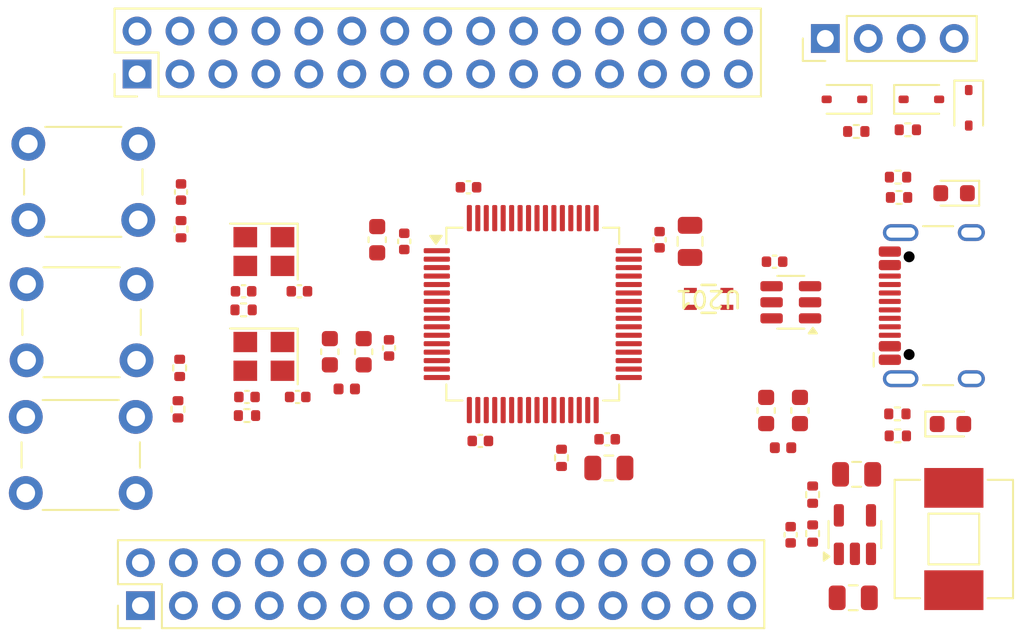
<source format=kicad_pcb>
(kicad_pcb (version 20240108) (generator "pcbnew") (generator_version "8.0")
  (layers (0 "F.Cu" signal) (1 "In1.Cu" power) (2 "In2.Cu" power) (31 "B.Cu" signal) (34 "B.Paste" user) (35 "F.Paste" user) (36 "B.SilkS" user "B.Silkscreen") (37 "F.SilkS" user "F.Silkscreen") (38 "B.Mask" user) (39 "F.Mask" user) (44 "Edge.Cuts" user))
  (net 0 "")
  (net 1 "GND")
  (net 2 "NRST")
  (net 3 "+3.3V")
  (net 4 "+3.3VA")
  (net 5 "+3V3")
  (net 6 "HSE_OUT")
  (net 7 "/MCU/XTAL_IN")
  (net 8 "OSC32_OUT")
  (net 9 "/MCU/XTAL32_IN")
  (net 10 "VBUS")
  (net 11 "+5V")
  (net 12 "/power/BUCK_FB")
  (net 13 "/MCU/SWDIO_CONN")
  (net 14 "/MCU/SWCLK_CONN")
  (net 15 "Net-(D103-A)")
  (net 16 "/power/LED_PWR_K")
  (net 17 "PC3")
  (net 18 "PB11")
  (net 19 "PA7")
  (net 20 "PA2")
  (net 21 "PB0")
  (net 22 "PB10")
  (net 23 "PC4")
  (net 24 "PC1")
  (net 25 "PA5")
  (net 26 "PA0")
  (net 27 "PB1")
  (net 28 "PC2")
  (net 29 "PA1")
  (net 30 "PA6")
  (net 31 "PA3")
  (net 32 "PC0")
  (net 33 "PA4")
  (net 34 "PC5")
  (net 35 "PB12")
  (net 36 "PB8")
  (net 37 "PC11")
  (net 38 "PA10")
  (net 39 "PC10")
  (net 40 "PD2")
  (net 41 "PB7")
  (net 42 "PB15")
  (net 43 "PC6")
  (net 44 "PB14")
  (net 45 "PC8")
  (net 46 "PB6")
  (net 47 "PC9")
  (net 48 "PB4")
  (net 49 "PA15")
  (net 50 "PB5")
  (net 51 "PC12")
  (net 52 "PB3")
  (net 53 "PA8")
  (net 54 "PC7")
  (net 55 "PB13")
  (net 56 "PA9")
  (net 57 "PB9")
  (net 58 "/USB/USB_CONN_CC2")
  (net 60 "/USB/USB_CONN_D+")
  (net 61 "/USB/USB_CONN_D-")
  (net 67 "/USB/USB_CONN_CC1")
  (net 68 "/power/BUCK_SW")
  (net 69 "BOOT0")
  (net 70 "PB2")
  (net 71 "HSE_IN")
  (net 72 "OSC32_IN")
  (net 73 "SWDIO")
  (net 74 "SWCLK")
  (net 75 "PC13")
  (net 76 "/USB/USB_CMC_D+")
  (net 77 "/USB/USB_CMC_D-")
  (net 78 "USB_D-")
  (net 79 "USB_D+")
  (net 80 "/MCU/VCAP_1")
  (net 81 "/MCU/VCAP_2")
  (footprint "Package_QFP:LQFP-64_10x10mm_P0.5mm" (layer "F.Cu") (at 105.9 54.7)
    (property "Reference" "U100" (hide yes))
    (property "Value" "STM32F405RGTx" (hide yes))
    (pad "1" smd roundrect (at -5.675 -3.75) (size 1.55 0.3) (layers "F.Cu" "F.Paste" "F.Mask") (net 3 "+3.3V"))
    (pad "2" smd roundrect (at -5.675 -3.25) (size 1.55 0.3) (layers "F.Cu" "F.Paste" "F.Mask") (net 75 "PC13"))
    (pad "3" smd roundrect (at -5.675 -2.75) (size 1.55 0.3) (layers "F.Cu" "F.Paste" "F.Mask") (net 72 "OSC32_IN"))
    (pad "4" smd roundrect (at -5.675 -2.25) (size 1.55 0.3) (layers "F.Cu" "F.Paste" "F.Mask") (net 8 "OSC32_OUT"))
    (pad "5" smd roundrect (at -5.675 -1.75) (size 1.55 0.3) (layers "F.Cu" "F.Paste" "F.Mask") (net 71 "HSE_IN"))
    (pad "6" smd roundrect (at -5.675 -1.25) (size 1.55 0.3) (layers "F.Cu" "F.Paste" "F.Mask") (net 6 "HSE_OUT"))
    (pad "7" smd roundrect (at -5.675 -0.75) (size 1.55 0.3) (layers "F.Cu" "F.Paste" "F.Mask") (net 2 "NRST"))
    (pad "8" smd roundrect (at -5.675 -0.25) (size 1.55 0.3) (layers "F.Cu" "F.Paste" "F.Mask") (net 32 "PC0"))
    (pad "9" smd roundrect (at -5.675 0.25) (size 1.55 0.3) (layers "F.Cu" "F.Paste" "F.Mask") (net 24 "PC1"))
    (pad "10" smd roundrect (at -5.675 0.75) (size 1.55 0.3) (layers "F.Cu" "F.Paste" "F.Mask") (net 28 "PC2"))
    (pad "11" smd roundrect (at -5.675 1.25) (size 1.55 0.3) (layers "F.Cu" "F.Paste" "F.Mask") (net 17 "PC3"))
    (pad "12" smd roundrect (at -5.675 1.75) (size 1.55 0.3) (layers "F.Cu" "F.Paste" "F.Mask") (net 1 "GND"))
    (pad "13" smd roundrect (at -5.675 2.25) (size 1.55 0.3) (layers "F.Cu" "F.Paste" "F.Mask") (net 4 "+3.3VA"))
    (pad "14" smd roundrect (at -5.675 2.75) (size 1.55 0.3) (layers "F.Cu" "F.Paste" "F.Mask") (net 26 "PA0"))
    (pad "15" smd roundrect (at -5.675 3.25) (size 1.55 0.3) (layers "F.Cu" "F.Paste" "F.Mask") (net 29 "PA1"))
    (pad "16" smd roundrect (at -5.675 3.75) (size 1.55 0.3) (layers "F.Cu" "F.Paste" "F.Mask") (net 20 "PA2"))
    (pad "17" smd roundrect (at -3.75 5.675) (size 0.3 1.55) (layers "F.Cu" "F.Paste" "F.Mask") (net 31 "PA3"))
    (pad "18" smd roundrect (at -3.25 5.675) (size 0.3 1.55) (layers "F.Cu" "F.Paste" "F.Mask") (net 1 "GND"))
    (pad "19" smd roundrect (at -2.75 5.675) (size 0.3 1.55) (layers "F.Cu" "F.Paste" "F.Mask") (net 3 "+3.3V"))
    (pad "20" smd roundrect (at -2.25 5.675) (size 0.3 1.55) (layers "F.Cu" "F.Paste" "F.Mask") (net 33 "PA4"))
    (pad "21" smd roundrect (at -1.75 5.675) (size 0.3 1.55) (layers "F.Cu" "F.Paste" "F.Mask") (net 25 "PA5"))
    (pad "22" smd roundrect (at -1.25 5.675) (size 0.3 1.55) (layers "F.Cu" "F.Paste" "F.Mask") (net 30 "PA6"))
    (pad "23" smd roundrect (at -0.75 5.675) (size 0.3 1.55) (layers "F.Cu" "F.Paste" "F.Mask") (net 19 "PA7"))
    (pad "24" smd roundrect (at -0.25 5.675) (size 0.3 1.55) (layers "F.Cu" "F.Paste" "F.Mask") (net 23 "PC4"))
    (pad "25" smd roundrect (at 0.25 5.675) (size 0.3 1.55) (layers "F.Cu" "F.Paste" "F.Mask") (net 34 "PC5"))
    (pad "26" smd roundrect (at 0.75 5.675) (size 0.3 1.55) (layers "F.Cu" "F.Paste" "F.Mask") (net 21 "PB0"))
    (pad "27" smd roundrect (at 1.25 5.675) (size 0.3 1.55) (layers "F.Cu" "F.Paste" "F.Mask") (net 27 "PB1"))
    (pad "28" smd roundrect (at 1.75 5.675) (size 0.3 1.55) (layers "F.Cu" "F.Paste" "F.Mask") (net 70 "PB2"))
    (pad "29" smd roundrect (at 2.25 5.675) (size 0.3 1.55) (layers "F.Cu" "F.Paste" "F.Mask") (net 22 "PB10"))
    (pad "30" smd roundrect (at 2.75 5.675) (size 0.3 1.55) (layers "F.Cu" "F.Paste" "F.Mask") (net 18 "PB11"))
    (pad "31" smd roundrect (at 3.25 5.675) (size 0.3 1.55) (layers "F.Cu" "F.Paste" "F.Mask") (net 80 "/MCU/VCAP_1"))
    (pad "32" smd roundrect (at 3.75 5.675) (size 0.3 1.55) (layers "F.Cu" "F.Paste" "F.Mask") (net 3 "+3.3V"))
    (pad "33" smd roundrect (at 5.675 3.75) (size 1.55 0.3) (layers "F.Cu" "F.Paste" "F.Mask") (net 35 "PB12"))
    (pad "34" smd roundrect (at 5.675 3.25) (size 1.55 0.3) (layers "F.Cu" "F.Paste" "F.Mask") (net 55 "PB13"))
    (pad "35" smd roundrect (at 5.675 2.75) (size 1.55 0.3) (layers "F.Cu" "F.Paste" "F.Mask") (net 44 "PB14"))
    (pad "36" smd roundrect (at 5.675 2.25) (size 1.55 0.3) (layers "F.Cu" "F.Paste" "F.Mask") (net 42 "PB15"))
    (pad "37" smd roundrect (at 5.675 1.75) (size 1.55 0.3) (layers "F.Cu" "F.Paste" "F.Mask") (net 43 "PC6"))
    (pad "38" smd roundrect (at 5.675 1.25) (size 1.55 0.3) (layers "F.Cu" "F.Paste" "F.Mask") (net 54 "PC7"))
    (pad "39" smd roundrect (at 5.675 0.75) (size 1.55 0.3) (layers "F.Cu" "F.Paste" "F.Mask") (net 45 "PC8"))
    (pad "40" smd roundrect (at 5.675 0.25) (size 1.55 0.3) (layers "F.Cu" "F.Paste" "F.Mask") (net 47 "PC9"))
    (pad "41" smd roundrect (at 5.675 -0.25) (size 1.55 0.3) (layers "F.Cu" "F.Paste" "F.Mask") (net 53 "PA8"))
    (pad "42" smd roundrect (at 5.675 -0.75) (size 1.55 0.3) (layers "F.Cu" "F.Paste" "F.Mask") (net 56 "PA9"))
    (pad "43" smd roundrect (at 5.675 -1.25) (size 1.55 0.3) (layers "F.Cu" "F.Paste" "F.Mask") (net 38 "PA10"))
    (pad "44" smd roundrect (at 5.675 -1.75) (size 1.55 0.3) (layers "F.Cu" "F.Paste" "F.Mask") (net 78 "USB_D-"))
    (pad "45" smd roundrect (at 5.675 -2.25) (size 1.55 0.3) (layers "F.Cu" "F.Paste" "F.Mask") (net 79 "USB_D+"))
    (pad "46" smd roundrect (at 5.675 -2.75) (size 1.55 0.3) (layers "F.Cu" "F.Paste" "F.Mask") (net 73 "SWDIO"))
    (pad "47" smd roundrect (at 5.675 -3.25) (size 1.55 0.3) (layers "F.Cu" "F.Paste" "F.Mask") (net 81 "/MCU/VCAP_2"))
    (pad "48" smd roundrect (at 5.675 -3.75) (size 1.55 0.3) (layers "F.Cu" "F.Paste" "F.Mask") (net 3 "+3.3V"))
    (pad "49" smd roundrect (at 3.75 -5.675) (size 0.3 1.55) (layers "F.Cu" "F.Paste" "F.Mask") (net 74 "SWCLK"))
    (pad "50" smd roundrect (at 3.25 -5.675) (size 0.3 1.55) (layers "F.Cu" "F.Paste" "F.Mask") (net 49 "PA15"))
    (pad "51" smd roundrect (at 2.75 -5.675) (size 0.3 1.55) (layers "F.Cu" "F.Paste" "F.Mask") (net 39 "PC10"))
    (pad "52" smd roundrect (at 2.25 -5.675) (size 0.3 1.55) (layers "F.Cu" "F.Paste" "F.Mask") (net 37 "PC11"))
    (pad "53" smd roundrect (at 1.75 -5.675) (size 0.3 1.55) (layers "F.Cu" "F.Paste" "F.Mask") (net 51 "PC12"))
    (pad "54" smd roundrect (at 1.25 -5.675) (size 0.3 1.55) (layers "F.Cu" "F.Paste" "F.Mask") (net 40 "PD2"))
    (pad "55" smd roundrect (at 0.75 -5.675) (size 0.3 1.55) (layers "F.Cu" "F.Paste" "F.Mask") (net 52 "PB3"))
    (pad "56" smd roundrect (at 0.25 -5.675) (size 0.3 1.55) (layers "F.Cu" "F.Paste" "F.Mask") (net 48 "PB4"))
    (pad "57" smd roundrect (at -0.25 -5.675) (size 0.3 1.55) (layers "F.Cu" "F.Paste" "F.Mask") (net 50 "PB5"))
    (pad "58" smd roundrect (at -0.75 -5.675) (size 0.3 1.55) (layers "F.Cu" "F.Paste" "F.Mask") (net 46 "PB6"))
    (pad "59" smd roundrect (at -1.25 -5.675) (size 0.3 1.55) (layers "F.Cu" "F.Paste" "F.Mask") (net 41 "PB7"))
    (pad "60" smd roundrect (at -1.75 -5.675) (size 0.3 1.55) (layers "F.Cu" "F.Paste" "F.Mask") (net 69 "BOOT0"))
    (pad "61" smd roundrect (at -2.25 -5.675) (size 0.3 1.55) (layers "F.Cu" "F.Paste" "F.Mask") (net 36 "PB8"))
    (pad "62" smd roundrect (at -2.75 -5.675) (size 0.3 1.55) (layers "F.Cu" "F.Paste" "F.Mask") (net 57 "PB9"))
    (pad "63" smd roundrect (at -3.25 -5.675) (size 0.3 1.55) (layers "F.Cu" "F.Paste" "F.Mask") (net 1 "GND"))
    (pad "64" smd roundrect (at -3.75 -5.675) (size 0.3 1.55) (layers "F.Cu" "F.Paste" "F.Mask") (net 3 "+3.3V"))
  )
  (footprint "Capacitor_SMD:C_0402_1005Metric" (layer "F.Cu") (at 110.3 62.1)
    (property "Reference" "C105" (hide yes))
    (property "Value" "100n" (hide yes))
    (pad "1" smd roundrect (at -0.48 0) (size 0.56 0.62) (layers "F.Cu" "F.Paste" "F.Mask") (net 3 "+3.3V"))
    (pad "2" smd roundrect (at 0.48 0) (size 0.56 0.62) (layers "F.Cu" "F.Paste" "F.Mask") (net 1 "GND"))
  )
  (footprint "Button_Switch_THT:SW_PUSH_6mm" (layer "F.Cu") (at 82.47 57.43 180)
    (property "Reference" "SW102" (hide yes))
    (property "Value" "~" (hide yes))
    (pad "1" thru_hole circle (at 0 0 270) (size 2 2) (drill 1.1) (layers "*.Cu" "*.Mask") (net 75 "PC13"))
    (pad "1" thru_hole circle (at 6.5 0 270) (size 2 2) (drill 1.1) (layers "*.Cu" "*.Mask") (net 75 "PC13"))
    (pad "2" thru_hole circle (at 0 4.5 270) (size 2 2) (drill 1.1) (layers "*.Cu" "*.Mask") (net 3 "+3.3V"))
    (pad "2" thru_hole circle (at 6.5 4.5 270) (size 2 2) (drill 1.1) (layers "*.Cu" "*.Mask") (net 3 "+3.3V"))
  )
  (footprint "BlackPill:SMT_0-2P-T001_TDK" (layer "F.Cu") (at 116.3 53.8 180)
    (property "Reference" "U201" (at 0 0 180) (layer "F.SilkS"))
    (property "Value" "ACM2012-900-2P-T001" (hide yes))
    (pad "1" smd rect (at -1.0795 -0.5 180) (size 0.762 0.3048) (layers "F.Cu" "F.Paste" "F.Mask") (net 77 "/USB/USB_CMC_D-"))
    (pad "2" smd rect (at -1.0795 0.5 180) (size 0.762 0.3048) (layers "F.Cu" "F.Paste" "F.Mask") (net 76 "/USB/USB_CMC_D+"))
    (pad "3" smd rect (at 1.0795 0.5 180) (size 0.762 0.3048) (layers "F.Cu" "F.Paste" "F.Mask") (net 79 "USB_D+"))
    (pad "4" smd rect (at 1.0795 -0.5 180) (size 0.762 0.3048) (layers "F.Cu" "F.Paste" "F.Mask") (net 78 "USB_D-"))
  )
  (footprint "Crystal:Crystal_SMD_3225-4Pin_3.2x2.5mm" (layer "F.Cu") (at 90 57.2 180)
    (property "Reference" "Y100" (hide yes))
    (property "Value" "25Mhz" (hide yes))
    (pad "1" smd rect (at -1.1 0.85 180) (size 1.4 1.2) (layers "F.Cu" "F.Paste" "F.Mask") (net 71 "HSE_IN"))
    (pad "2" smd rect (at 1.1 0.85 180) (size 1.4 1.2) (layers "F.Cu" "F.Paste" "F.Mask") (net 1 "GND"))
    (pad "3" smd rect (at 1.1 -0.85 180) (size 1.4 1.2) (layers "F.Cu" "F.Paste" "F.Mask") (net 7 "/MCU/XTAL_IN"))
    (pad "4" smd rect (at -1.1 -0.85 180) (size 1.4 1.2) (layers "F.Cu" "F.Paste" "F.Mask") (net 1 "GND"))
  )
  (footprint "Package_TO_SOT_SMD:SOT-23-5" (layer "F.Cu") (at 124.95 67.7375 90)
    (property "Reference" "U300" (hide yes))
    (property "Value" "TLV62569DBV" (hide yes))
    (pad "1" smd roundrect (at -1.1375 -0.95 90) (size 1.325 0.6) (layers "F.Cu" "F.Paste" "F.Mask") (net 11 "+5V"))
    (pad "2" smd roundrect (at -1.1375 0 90) (size 1.325 0.6) (layers "F.Cu" "F.Paste" "F.Mask") (net 1 "GND"))
    (pad "3" smd roundrect (at -1.1375 0.95 90) (size 1.325 0.6) (layers "F.Cu" "F.Paste" "F.Mask") (net 68 "/power/BUCK_SW"))
    (pad "4" smd roundrect (at 1.1375 0.95 90) (size 1.325 0.6) (layers "F.Cu" "F.Paste" "F.Mask") (net 11 "+5V"))
    (pad "5" smd roundrect (at 1.1375 -0.95 90) (size 1.325 0.6) (layers "F.Cu" "F.Paste" "F.Mask") (net 12 "/power/BUCK_FB"))
  )
  (footprint "Capacitor_SMD:C_0402_1005Metric" (layer "F.Cu") (at 121.15 67.75 90)
    (property "Reference" "C304" (hide yes))
    (property "Value" "DNP")
    (pad "1" smd roundrect (at -0.48 0 90) (size 0.56 0.62) (layers "F.Cu" "F.Paste" "F.Mask") (net 5 "+3V3"))
    (pad "2" smd roundrect (at 0.48 0 90) (size 0.56 0.62) (layers "F.Cu" "F.Paste" "F.Mask") (net 12 "/power/BUCK_FB"))
  )
  (footprint "Button_Switch_THT:SW_PUSH_6mm" (layer "F.Cu") (at 75.92 60.78)
    (property "Reference" "SW100" (hide yes))
    (property "Value" "~" (hide yes))
    (pad "1" thru_hole circle (at 0 0 90) (size 2 2) (drill 1.1) (layers "*.Cu" "*.Mask") (net 69 "BOOT0"))
    (pad "1" thru_hole circle (at 6.5 0 90) (size 2 2) (drill 1.1) (layers "*.Cu" "*.Mask") (net 69 "BOOT0"))
    (pad "2" thru_hole circle (at 0 4.5 90) (size 2 2) (drill 1.1) (layers "*.Cu" "*.Mask") (net 3 "+3.3V"))
    (pad "2" thru_hole circle (at 6.5 4.5 90) (size 2 2) (drill 1.1) (layers "*.Cu" "*.Mask") (net 3 "+3.3V"))
  )
  (footprint "Capacitor_SMD:C_0402_1005Metric" (layer "F.Cu") (at 98.3 50.4 90)
    (property "Reference" "C102" (hide yes))
    (property "Value" "100n" (hide yes))
    (pad "1" smd roundrect (at -0.48 0 90) (size 0.56 0.62) (layers "F.Cu" "F.Paste" "F.Mask") (net 3 "+3.3V"))
    (pad "2" smd roundrect (at 0.48 0 90) (size 0.56 0.62) (layers "F.Cu" "F.Paste" "F.Mask") (net 1 "GND"))
  )
  (footprint "Diode_SMD:D_SOD-323" (layer "F.Cu") (at 131.68 42.5 -90)
    (property "Reference" "D100" (hide yes))
    (property "Value" "PESD3V3L1BA,115" (hide yes))
    (pad "1" smd roundrect (at -1.05 0 270) (size 0.6 0.45) (layers "F.Cu" "F.Paste" "F.Mask") (net 5 "+3V3"))
    (pad "2" smd roundrect (at 1.05 0 270) (size 0.6 0.45) (layers "F.Cu" "F.Paste" "F.Mask") (net 1 "GND"))
  )
  (footprint "Resistor_SMD:R_0402_1005Metric" (layer "F.Cu") (at 85.1 49.68 90)
    (property "Reference" "R102" (hide yes))
    (property "Value" "10k" (hide yes))
    (pad "1" smd roundrect (at -0.51 0 90) (size 0.54 0.64) (layers "F.Cu" "F.Paste" "F.Mask") (net 3 "+3.3V"))
    (pad "2" smd roundrect (at 0.51 0 90) (size 0.54 0.64) (layers "F.Cu" "F.Paste" "F.Mask") (net 2 "NRST"))
  )
  (footprint "Inductor_SMD:L_0402_1005Metric" (layer "F.Cu") (at 120.7 62.6 180)
    (property "Reference" "L300" (hide yes))
    (property "Value" "10nH" (hide yes))
    (pad "1" smd roundrect (at -0.485 0 180) (size 0.59 0.64) (layers "F.Cu" "F.Paste" "F.Mask") (net 10 "VBUS"))
    (pad "2" smd roundrect (at 0.485 0 180) (size 0.59 0.64) (layers "F.Cu" "F.Paste" "F.Mask") (net 11 "+5V"))
  )
  (footprint "Resistor_SMD:R_0402_1005Metric" (layer "F.Cu") (at 84.92 60.33 90)
    (property "Reference" "R100" (hide yes))
    (property "Value" "10k" (hide yes))
    (pad "1" smd roundrect (at -0.51 0 90) (size 0.54 0.64) (layers "F.Cu" "F.Paste" "F.Mask") (net 69 "BOOT0"))
    (pad "2" smd roundrect (at 0.51 0 90) (size 0.54 0.64) (layers "F.Cu" "F.Paste" "F.Mask") (net 1 "GND"))
  )
  (footprint "Resistor_SMD:R_0402_1005Metric" (layer "F.Cu") (at 107.6 63.2 -90)
    (property "Reference" "R101" (hide yes))
    (property "Value" "10k" (hide yes))
    (pad "1" smd roundrect (at -0.51 0 270) (size 0.54 0.64) (layers "F.Cu" "F.Paste" "F.Mask") (net 70 "PB2"))
    (pad "2" smd roundrect (at 0.51 0 270) (size 0.54 0.64) (layers "F.Cu" "F.Paste" "F.Mask") (net 1 "GND"))
  )
  (footprint "Resistor_SMD:R_0402_1005Metric" (layer "F.Cu") (at 127.4875 61.9)
    (property "Reference" "R302" (hide yes))
    (property "Value" "1k" (hide yes))
    (pad "1" smd roundrect (at -0.51 0) (size 0.54 0.64) (layers "F.Cu" "F.Paste" "F.Mask") (net 1 "GND"))
    (pad "2" smd roundrect (at 0.51 0) (size 0.54 0.64) (layers "F.Cu" "F.Paste" "F.Mask") (net 16 "/power/LED_PWR_K"))
  )
  (footprint "Button_Switch_THT:SW_PUSH_6mm" (layer "F.Cu") (at 76.07 44.63)
    (property "Reference" "SW101" (hide yes))
    (property "Value" "~" (hide yes))
    (pad "1" thru_hole circle (at 0 0 90) (size 2 2) (drill 1.1) (layers "*.Cu" "*.Mask") (net 1 "GND"))
    (pad "1" thru_hole circle (at 6.5 0 90) (size 2 2) (drill 1.1) (layers "*.Cu" "*.Mask") (net 1 "GND"))
    (pad "2" thru_hole circle (at 0 4.5 90) (size 2 2) (drill 1.1) (layers "*.Cu" "*.Mask") (net 2 "NRST"))
    (pad "2" thru_hole circle (at 6.5 4.5 90) (size 2 2) (drill 1.1) (layers "*.Cu" "*.Mask") (net 2 "NRST"))
  )
  (footprint "Capacitor_SMD:C_0402_1005Metric" (layer "F.Cu") (at 89 59.6)
    (property "Reference" "C111" (hide yes))
    (property "Value" "15p" (hide yes))
    (pad "1" smd roundrect (at -0.48 0) (size 0.56 0.62) (layers "F.Cu" "F.Paste" "F.Mask") (net 7 "/MCU/XTAL_IN"))
    (pad "2" smd roundrect (at 0.48 0) (size 0.56 0.62) (layers "F.Cu" "F.Paste" "F.Mask") (net 1 "GND"))
  )
  (footprint "Resistor_SMD:R_0402_1005Metric" (layer "F.Cu") (at 89 60.7 180)
    (property "Reference" "R103" (hide yes))
    (property "Value" "47R" (hide yes))
    (pad "1" smd roundrect (at -0.51 0 180) (size 0.54 0.64) (layers "F.Cu" "F.Paste" "F.Mask") (net 6 "HSE_OUT"))
    (pad "2" smd roundrect (at 0.51 0 180) (size 0.54 0.64) (layers "F.Cu" "F.Paste" "F.Mask") (net 7 "/MCU/XTAL_IN"))
  )
  (footprint "Resistor_SMD:R_0402_1005Metric" (layer "F.Cu") (at 128.08 43.8)
    (property "Reference" "R105" (hide yes))
    (property "Value" "47R" (hide yes))
    (pad "1" smd roundrect (at -0.51 0) (size 0.54 0.64) (layers "F.Cu" "F.Paste" "F.Mask") (net 13 "/MCU/SWDIO_CONN"))
    (pad "2" smd roundrect (at 0.51 0) (size 0.54 0.64) (layers "F.Cu" "F.Paste" "F.Mask") (net 73 "SWDIO"))
  )
  (footprint "Capacitor_SMD:C_0603_1608Metric" (layer "F.Cu") (at 119.7 60.4 90)
    (property "Reference" "C301" (hide yes))
    (property "Value" "1u" (hide yes))
    (pad "1" smd roundrect (at -0.775 0 90) (size 0.9 0.95) (layers "F.Cu" "F.Paste" "F.Mask") (net 11 "+5V"))
    (pad "2" smd roundrect (at 0.775 0 90) (size 0.9 0.95) (layers "F.Cu" "F.Paste" "F.Mask") (net 1 "GND"))
  )
  (footprint "Resistor_SMD:R_0402_1005Metric" (layer "F.Cu") (at 122.45 65.375 -90)
    (property "Reference" "R301" (hide yes))
    (property "Value" "22k" (hide yes))
    (pad "1" smd roundrect (at -0.51 0 270) (size 0.54 0.64) (layers "F.Cu" "F.Paste" "F.Mask") (net 1 "GND"))
    (pad "2" smd roundrect (at 0.51 0 270) (size 0.54 0.64) (layers "F.Cu" "F.Paste" "F.Mask") (net 12 "/power/BUCK_FB"))
  )
  (footprint "Capacitor_SMD:C_0805_2012Metric" (layer "F.Cu") (at 115.2 50.4 90)
    (property "Reference" "C115" (hide yes))
    (property "Value" "2u2" (hide yes))
    (pad "1" smd roundrect (at -0.95 0 90) (size 1 1.45) (layers "F.Cu" "F.Paste" "F.Mask") (net 81 "/MCU/VCAP_2"))
    (pad "2" smd roundrect (at 0.95 0 90) (size 1 1.45) (layers "F.Cu" "F.Paste" "F.Mask") (net 1 "GND"))
  )
  (footprint "Resistor_SMD:R_0402_1005Metric" (layer "F.Cu") (at 85.02 57.88 -90)
    (property "Reference" "R107" (hide yes))
    (property "Value" "10k" (hide yes))
    (pad "1" smd roundrect (at -0.51 0 270) (size 0.54 0.64) (layers "F.Cu" "F.Paste" "F.Mask") (net 75 "PC13"))
    (pad "2" smd roundrect (at 0.51 0 270) (size 0.54 0.64) (layers "F.Cu" "F.Paste" "F.Mask") (net 1 "GND"))
  )
  (footprint "Capacitor_SMD:C_0603_1608Metric" (layer "F.Cu") (at 96.7 50.3 90)
    (property "Reference" "C101" (hide yes))
    (property "Value" "4u7" (hide yes))
    (pad "1" smd roundrect (at -0.775 0 90) (size 0.9 0.95) (layers "F.Cu" "F.Paste" "F.Mask") (net 3 "+3.3V"))
    (pad "2" smd roundrect (at 0.775 0 90) (size 0.9 0.95) (layers "F.Cu" "F.Paste" "F.Mask") (net 1 "GND"))
  )
  (footprint "Connector_PinHeader_2.54mm:PinHeader_2x15_P2.54mm_Vertical" (layer "F.Cu") (at 82.5 40.5 90)
    (property "Reference" "J102" (hide yes))
    (property "Value" "Conn_02x15_Odd_Even" (hide yes))
    (pad "1" thru_hole rect (at 0 0 90) (size 1.7 1.7) (drill 1) (layers "*.Cu" "*.Mask") (net 11 "+5V"))
    (pad "2" thru_hole oval (at 2.54 0 90) (size 1.7 1.7) (drill 1) (layers "*.Cu" "*.Mask") (net 1 "GND"))
    (pad "3" thru_hole oval (at 0 2.54 90) (size 1.7 1.7) (drill 1) (layers "*.Cu" "*.Mask") (net 57 "PB9"))
    (pad "4" thru_hole oval (at 2.54 2.54 90) (size 1.7 1.7) (drill 1) (layers "*.Cu" "*.Mask") (net 36 "PB8"))
    (pad "5" thru_hole oval (at 0 5.08 90) (size 1.7 1.7) (drill 1) (layers "*.Cu" "*.Mask") (net 41 "PB7"))
    (pad "6" thru_hole oval (at 2.54 5.08 90) (size 1.7 1.7) (drill 1) (layers "*.Cu" "*.Mask") (net 46 "PB6"))
    (pad "7" thru_hole oval (at 0 7.62 90) (size 1.7 1.7) (drill 1) (layers "*.Cu" "*.Mask") (net 50 "PB5"))
    (pad "8" thru_hole oval (at 2.54 7.62 90) (size 1.7 1.7) (drill 1) (layers "*.Cu" "*.Mask") (net 48 "PB4"))
    (pad "9" thru_hole oval (at 0 10.16 90) (size 1.7 1.7) (drill 1) (layers "*.Cu" "*.Mask") (net 52 "PB3"))
    (pad "10" thru_hole oval (at 2.54 10.16 90) (size 1.7 1.7) (drill 1) (layers "*.Cu" "*.Mask") (net 40 "PD2"))
    (pad "11" thru_hole oval (at 0 12.7 90) (size 1.7 1.7) (drill 1) (layers "*.Cu" "*.Mask") (net 37 "PC11"))
    (pad "12" thru_hole oval (at 2.54 12.7 90) (size 1.7 1.7) (drill 1) (layers "*.Cu" "*.Mask") (net 51 "PC12"))
    (pad "13" thru_hole oval (at 0 15.24 90) (size 1.7 1.7) (drill 1) (layers "*.Cu" "*.Mask") (net 49 "PA15"))
    (pad "14" thru_hole oval (at 2.54 15.24 90) (size 1.7 1.7) (drill 1) (layers "*.Cu" "*.Mask") (net 39 "PC10"))
    (pad "15" thru_hole oval (at 0 17.78 90) (size 1.7 1.7) (drill 1) (layers "*.Cu" "*.Mask") (net 56 "PA9"))
    (pad "16" thru_hole oval (at 2.54 17.78 90) (size 1.7 1.7) (drill 1) (layers "*.Cu" "*.Mask") (net 38 "PA10"))
    (pad "17" thru_hole oval (at 0 20.32 90) (size 1.7 1.7) (drill 1) (layers "*.Cu" "*.Mask") (net 1 "GND"))
    (pad "18" thru_hole oval (at 2.54 20.32 90) (size 1.7 1.7) (drill 1) (layers "*.Cu" "*.Mask") (net 53 "PA8"))
    (pad "19" thru_hole oval (at 0 22.86 90) (size 1.7 1.7) (drill 1) (layers "*.Cu" "*.Mask") (net 47 "PC9"))
    (pad "20" thru_hole oval (at 2.54 22.86 90) (size 1.7 1.7) (drill 1) (layers "*.Cu" "*.Mask") (net 45 "PC8"))
    (pad "21" thru_hole oval (at 0 25.4 90) (size 1.7 1.7) (drill 1) (layers "*.Cu" "*.Mask") (net 54 "PC7"))
    (pad "22" thru_hole oval (at 2.54 25.4 90) (size 1.7 1.7) (drill 1) (layers "*.Cu" "*.Mask") (net 43 "PC6"))
    (pad "23" thru_hole oval (at 0 27.94 90) (size 1.7 1.7) (drill 1) (layers "*.Cu" "*.Mask") (net 42 "PB15"))
    (pad "24" thru_hole oval (at 2.54 27.94 90) (size 1.7 1.7) (drill 1) (layers "*.Cu" "*.Mask") (net 44 "PB14"))
    (pad "25" thru_hole oval (at 0 30.48 90) (size 1.7 1.7) (drill 1) (layers "*.Cu" "*.Mask") (net 55 "PB13"))
    (pad "26" thru_hole oval (at 2.54 30.48 90) (size 1.7 1.7) (drill 1) (layers "*.Cu" "*.Mask") (net 35 "PB12"))
    (pad "27" thru_hole oval (at 0 33.02 90) (size 1.7 1.7) (drill 1) (layers "*.Cu" "*.Mask") (net 3 "+3.3V"))
    (pad "28" thru_hole oval (at 2.54 33.02 90) (size 1.7 1.7) (drill 1) (layers "*.Cu" "*.Mask") (net 1 "GND"))
    (pad "29" thru_hole oval (at 0 35.56 90) (size 1.7 1.7) (drill 1) (layers "*.Cu" "*.Mask") (net 3 "+3.3V"))
    (pad "30" thru_hole oval (at 2.54 35.56 90) (size 1.7 1.7) (drill 1) (layers "*.Cu" "*.Mask") (net 1 "GND"))
  )
  (footprint "Capacitor_SMD:C_0402_1005Metric" (layer "F.Cu") (at 85.1 47.48 90)
    (property "Reference" "C100" (hide yes))
    (property "Value" "100n" (hide yes))
    (pad "1" smd roundrect (at -0.48 0 90) (size 0.56 0.62) (layers "F.Cu" "F.Paste" "F.Mask") (net 2 "NRST"))
    (pad "2" smd roundrect (at 0.48 0 90) (size 0.56 0.62) (layers "F.Cu" "F.Paste" "F.Mask") (net 1 "GND"))
  )
  (footprint "Capacitor_SMD:C_0402_1005Metric" (layer "F.Cu") (at 102.8 62.2 180)
    (property "Reference" "C106" (hide yes))
    (property "Value" "100n" (hide yes))
    (pad "1" smd roundrect (at -0.48 0 180) (size 0.56 0.62) (layers "F.Cu" "F.Paste" "F.Mask") (net 3 "+3.3V"))
    (pad "2" smd roundrect (at 0.48 0 180) (size 0.56 0.62) (layers "F.Cu" "F.Paste" "F.Mask") (net 1 "GND"))
  )
  (footprint "Capacitor_SMD:C_0402_1005Metric" (layer "F.Cu") (at 120.2 51.6)
    (property "Reference" "C200" (hide yes))
    (property "Value" "100n" (hide yes))
    (pad "1" smd roundrect (at -0.48 0) (size 0.56 0.62) (layers "F.Cu" "F.Paste" "F.Mask") (net 10 "VBUS"))
    (pad "2" smd roundrect (at 0.48 0) (size 0.56 0.62) (layers "F.Cu" "F.Paste" "F.Mask") (net 1 "GND"))
  )
  (footprint "Capacitor_SMD:C_0805_2012Metric" (layer "F.Cu") (at 124.85 71.475 180)
    (property "Reference" "C303" (hide yes))
    (property "Value" "22u" (hide yes))
    (pad "1" smd roundrect (at -0.95 0 180) (size 1 1.45) (layers "F.Cu" "F.Paste" "F.Mask") (net 5 "+3V3"))
    (pad "2" smd roundrect (at 0.95 0 180) (size 1 1.45) (layers "F.Cu" "F.Paste" "F.Mask") (net 1 "GND"))
  )
  (footprint "Connector_PinHeader_2.54mm:PinHeader_1x04_P2.54mm_Vertical" (layer "F.Cu") (at 123.2 38.4 90)
    (property "Reference" "J100" (hide yes))
    (property "Value" "Conn_01x04" (hide yes))
    (pad "1" thru_hole rect (at 0 0 90) (size 1.7 1.7) (drill 1) (layers "*.Cu" "*.Mask") (net 1 "GND"))
    (pad "2" thru_hole oval (at 0 2.54 90) (size 1.7 1.7) (drill 1) (layers "*.Cu" "*.Mask") (net 14 "/MCU/SWCLK_CONN"))
    (pad "3" thru_hole oval (at 0 5.08 90) (size 1.7 1.7) (drill 1) (layers "*.Cu" "*.Mask") (net 13 "/MCU/SWDIO_CONN"))
    (pad "4" thru_hole oval (at 0 7.62 90) (size 1.7 1.7) (drill 1) (layers "*.Cu" "*.Mask") (net 5 "+3V3"))
  )
  (footprint "Resistor_SMD:R_0402_1005Metric" (layer "F.Cu") (at 88.8 54.45 180)
    (property "Reference" "R104" (hide yes))
    (property "Value" "47R" (hide yes))
    (pad "1" smd roundrect (at -0.51 0 180) (size 0.54 0.64) (layers "F.Cu" "F.Paste" "F.Mask") (net 8 "OSC32_OUT"))
    (pad "2" smd roundrect (at 0.51 0 180) (size 0.54 0.64) (layers "F.Cu" "F.Paste" "F.Mask") (net 9 "/MCU/XTAL32_IN"))
  )
  (footprint "Resistor_SMD:R_0402_1005Metric" (layer "F.Cu") (at 125.03 43.9 180)
    (property "Reference" "R106" (hide yes))
    (property "Value" "47R" (hide yes))
    (pad "1" smd roundrect (at -0.51 0 180) (size 0.54 0.64) (layers "F.Cu" "F.Paste" "F.Mask") (net 14 "/MCU/SWCLK_CONN"))
    (pad "2" smd roundrect (at 0.51 0 180) (size 0.54 0.64) (layers "F.Cu" "F.Paste" "F.Mask") (net 74 "SWCLK"))
  )
  (footprint "Capacitor_SMD:C_0402_1005Metric" (layer "F.Cu") (at 113.4 50.3 90)
    (property "Reference" "C104" (hide yes))
    (property "Value" "100n" (hide yes))
    (pad "1" smd roundrect (at -0.48 0 90) (size 0.56 0.62) (layers "F.Cu" "F.Paste" "F.Mask") (net 3 "+3.3V"))
    (pad "2" smd roundrect (at 0.48 0 90) (size 0.56 0.62) (layers "F.Cu" "F.Paste" "F.Mask") (net 1 "GND"))
  )
  (footprint "Capacitor_SMD:C_0805_2012Metric" (layer "F.Cu") (at 110.4 63.8)
    (property "Reference" "C114" (hide yes))
    (property "Value" "2u2" (hide yes))
    (pad "1" smd roundrect (at -0.95 0) (size 1 1.45) (layers "F.Cu" "F.Paste" "F.Mask") (net 80 "/MCU/VCAP_1"))
    (pad "2" smd roundrect (at 0.95 0) (size 1 1.45) (layers "F.Cu" "F.Paste" "F.Mask") (net 1 "GND"))
  )
  (footprint "Resistor_SMD:R_0402_1005Metric" (layer "F.Cu") (at 127.56 47.8)
    (property "Reference" "R200" (hide yes))
    (property "Value" "5k1" (hide yes))
    (pad "1" smd roundrect (at -0.51 0) (size 0.54 0.64) (layers "F.Cu" "F.Paste" "F.Mask") (net 1 "GND"))
    (pad "2" smd roundrect (at 0.51 0) (size 0.54 0.64) (layers "F.Cu" "F.Paste" "F.Mask") (net 67 "/USB/USB_CONN_CC1"))
  )
  (footprint "Resistor_SMD:R_0402_1005Metric" (layer "F.Cu") (at 127.5 46.6)
    (property "Reference" "R108" (hide yes))
    (property "Value" "5k1" (hide yes))
    (pad "1" smd roundrect (at -0.51 0) (size 0.54 0.64) (layers "F.Cu" "F.Paste" "F.Mask") (net 70 "PB2"))
    (pad "2" smd roundrect (at 0.51 0) (size 0.54 0.64) (layers "F.Cu" "F.Paste" "F.Mask") (net 15 "Net-(D103-A)"))
  )
  (footprint "LED_SMD:LED_0603_1608Metric" (layer "F.Cu") (at 130.6 61.2)
    (property "Reference" "D300" (hide yes))
    (property "Value" "LED" (hide yes))
    (pad "1" smd roundrect (at -0.7875 0) (size 0.875 0.95) (layers "F.Cu" "F.Paste" "F.Mask") (net 16 "/power/LED_PWR_K"))
    (pad "2" smd roundrect (at 0.7875 0) (size 0.875 0.95) (layers "F.Cu" "F.Paste" "F.Mask") (net 5 "+3V3"))
  )
  (footprint "Capacitor_SMD:C_0805_2012Metric" (layer "F.Cu") (at 125.05 64.175 180)
    (property "Reference" "C302" (hide yes))
    (property "Value" "22u" (hide yes))
    (pad "1" smd roundrect (at -0.95 0 180) (size 1 1.45) (layers "F.Cu" "F.Paste" "F.Mask") (net 11 "+5V"))
    (pad "2" smd roundrect (at 0.95 0 180) (size 1 1.45) (layers "F.Cu" "F.Paste" "F.Mask") (net 1 "GND"))
  )
  (footprint "Capacitor_SMD:C_0603_1608Metric" (layer "F.Cu") (at 121.7 60.4 90)
    (property "Reference" "C300" (hide yes))
    (property "Value" "1u" (hide yes))
    (pad "1" smd roundrect (at -0.775 0 90) (size 0.9 0.95) (layers "F.Cu" "F.Paste" "F.Mask") (net 10 "VBUS"))
    (pad "2" smd roundrect (at 0.775 0 90) (size 0.9 0.95) (layers "F.Cu" "F.Paste" "F.Mask") (net 1 "GND"))
  )
  (footprint "Crystal:Crystal_SMD_3225-4Pin_3.2x2.5mm" (layer "F.Cu") (at 90 51 180)
    (property "Reference" "Y1" (hide yes))
    (property "Value" "32768Hz" (hide yes))
    (pad "1" smd rect (at -1.1 0.85 180) (size 1.4 1.2) (layers "F.Cu" "F.Paste" "F.Mask") (net 72 "OSC32_IN"))
    (pad "2" smd rect (at 1.1 0.85 180) (size 1.4 1.2) (layers "F.Cu" "F.Paste" "F.Mask") (net 1 "GND"))
    (pad "3" smd rect (at 1.1 -0.85 180) (size 1.4 1.2) (layers "F.Cu" "F.Paste" "F.Mask") (net 9 "/MCU/XTAL32_IN"))
    (pad "4" smd rect (at -1.1 -0.85 180) (size 1.4 1.2) (layers "F.Cu" "F.Paste" "F.Mask") (net 1 "GND"))
  )
  (footprint "BlackPill:MWSA0603S" (layer "F.Cu") (at 130.8 68 -90)
    (property "Reference" "L301" (hide yes))
    (property "Value" "15u" (hide yes))
    (pad "1" smd rect (at -3.025 0 270) (size 2.35 3.5) (layers "F.Cu" "F.Paste" "F.Mask") (net 68 "/power/BUCK_SW"))
    (pad "2" smd rect (at 3.025 0 270) (size 2.35 3.5) (layers "F.Cu" "F.Paste" "F.Mask") (net 5 "+3V3"))
  )
  (footprint "Capacitor_SMD:C_0402_1005Metric" (layer "F.Cu") (at 102.1 47.2)
    (property "Reference" "C103" (hide yes))
    (property "Value" "100n" (hide yes))
    (pad "1" smd roundrect (at -0.48 0) (size 0.56 0.62) (layers "F.Cu" "F.Paste" "F.Mask") (net 3 "+3.3V"))
    (pad "2" smd roundrect (at 0.48 0) (size 0.56 0.62) (layers "F.Cu" "F.Paste" "F.Mask") (net 1 "GND"))
  )
  (footprint "Capacitor_SMD:C_0402_1005Metric" (layer "F.Cu") (at 92.1 53.35 180)
    (property "Reference" "C112" (hide yes))
    (property "Value" "15p" (hide yes))
    (pad "1" smd roundrect (at -0.48 0 180) (size 0.56 0.62) (layers "F.Cu" "F.Paste" "F.Mask") (net 72 "OSC32_IN"))
    (pad "2" smd roundrect (at 0.48 0 180) (size 0.56 0.62) (layers "F.Cu" "F.Paste" "F.Mask") (net 1 "GND"))
  )
  (footprint "Diode_SMD:D_SOD-323" (layer "F.Cu") (at 124.33 42 180)
    (property "Reference" "D102" (hide yes))
    (property "Value" "PESD3V3L1BA,115" (hide yes))
    (pad "1" smd roundrect (at -1.05 0 180) (size 0.6 0.45) (layers "F.Cu" "F.Paste" "F.Mask") (net 14 "/MCU/SWCLK_CONN"))
    (pad "2" smd roundrect (at 1.05 0 180) (size 0.6 0.45) (layers "F.Cu" "F.Paste" "F.Mask") (net 1 "GND"))
  )
  (footprint "Diode_SMD:D_SOD-323" (layer "F.Cu") (at 128.88 42)
    (property "Reference" "D101" (hide yes))
    (property "Value" "PESD3V3L1BA,115" (hide yes))
    (pad "1" smd roundrect (at -1.05 0) (size 0.6 0.45) (layers "F.Cu" "F.Paste" "F.Mask") (net 13 "/MCU/SWDIO_CONN"))
    (pad "2" smd roundrect (at 1.05 0) (size 0.6 0.45) (layers "F.Cu" "F.Paste" "F.Mask") (net 1 "GND"))
  )
  (footprint "Connector_USB:USB_C_Receptacle_HCTL_HC-TYPE-C-16P-01A" (layer "F.Cu") (at 130.76 54.2 90)
    (property "Reference" "J200" (hide yes))
    (property "Value" "USB_C_Receptacle_USB2.0_16P" (hide yes))
    (pad "" np_thru_hole circle (at -2.89 -2.605 90) (size 0.65 0.65) (drill 0.65) (layers "*.Mask"))
    (pad "" np_thru_hole circle (at 2.89 -2.605 90) (size 0.65 0.65) (drill 0.65) (layers "*.Mask"))
    (pad "A1" smd roundrect (at -3.2 -3.745 90) (size 0.6 1.3) (layers "F.Cu" "F.Paste" "F.Mask") (net 1 "GND"))
    (pad "A4" smd roundrect (at -2.4 -3.745 90) (size 0.6 1.3) (layers "F.Cu" "F.Paste" "F.Mask") (net 10 "VBUS"))
    (pad "A5" smd roundrect (at -1.25 -3.745 90) (size 0.3 1.3) (layers "F.Cu" "F.Paste" "F.Mask") (net 67 "/USB/USB_CONN_CC1"))
    (pad "A6" smd roundrect (at -0.25 -3.745 90) (size 0.3 1.3) (layers "F.Cu" "F.Paste" "F.Mask") (net 60 "/USB/USB_CONN_D+"))
    (pad "A7" smd roundrect (at 0.25 -3.745 90) (size 0.3 1.3) (layers "F.Cu" "F.Paste" "F.Mask") (net 61 "/USB/USB_CONN_D-"))
    (pad "A8" smd roundrect (at 1.25 -3.745 90) (size 0.3 1.3) (layers "F.Cu" "F.Paste" "F.Mask"))
    (pad "A9" smd roundrect (at 2.4 -3.745 90) (size 0.6 1.3) (layers "F.Cu" "F.Paste" "F.Mask") (net 10 "VBUS"))
    (pad "A12" smd roundrect (at 3.2 -3.745 90) (size 0.6 1.3) (layers "F.Cu" "F.Paste" "F.Mask") (net 1 "GND"))
    (pad "B1" smd roundrect (at 3.2 -3.745 90) (size 0.6 1.3) (layers "F.Cu" "F.Paste" "F.Mask") (net 1 "GND"))
    (pad "B4" smd roundrect (at 2.4 -3.745 90) (size 0.6 1.3) (layers "F.Cu" "F.Paste" "F.Mask") (net 10 "VBUS"))
    (pad "B5" smd roundrect (at 1.75 -3.745 90) (size 0.3 1.3) (layers "F.Cu" "F.Paste" "F.Mask") (net 58 "/USB/USB_CONN_CC2"))
    (pad "B6" smd roundrect (at 0.75 -3.745 90) (size 0.3 1.3) (layers "F.Cu" "F.Paste" "F.Mask") (net 60 "/USB/USB_CONN_D+"))
    (pad "B7" smd roundrect (at -0.75 -3.745 90) (size 0.3 1.3) (layers "F.Cu" "F.Paste" "F.Mask") (net 61 "/USB/USB_CONN_D-"))
    (pad "B8" smd roundrect (at -1.75 -3.745 90) (size 0.3 1.3) (layers "F.Cu" "F.Paste" "F.Mask"))
    (pad "B9" smd roundrect (at -2.4 -3.745 90) (size 0.6 1.3) (layers "F.Cu" "F.Paste" "F.Mask") (net 10 "VBUS"))
    (pad "B12" smd roundrect (at -3.2 -3.745 90) (size 0.6 1.3) (layers "F.Cu" "F.Paste" "F.Mask") (net 1 "GND"))
    (pad "S1" thru_hole oval (at -4.32 -3.105 90) (size 1 2.1) (drill oval 0.6 1.7) (layers "*.Cu" "*.Mask"))
    (pad "S1" thru_hole oval (at -4.32 1.075 90) (size 1 1.6) (drill oval 0.6 1.2) (layers "*.Cu" "*.Mask"))
    (pad "S1" thru_hole oval (at 4.32 -3.105 90) (size 1 2.1) (drill oval 0.6 1.7) (layers "*.Cu" "*.Mask"))
    (pad "S1" thru_hole oval (at 4.32 1.075 90) (size 1 1.6) (drill oval 0.6 1.2) (layers "*.Cu" "*.Mask"))
  )
  (footprint "Capacitor_SMD:C_0603_1608Metric" (layer "F.Cu") (at 95.9 56.925 90)
    (property "Reference" "C108" (hide yes))
    (property "Value" "1u" (hide yes))
    (pad "1" smd roundrect (at -0.775 0 90) (size 0.9 0.95) (layers "F.Cu" "F.Paste" "F.Mask") (net 4 "+3.3VA"))
    (pad "2" smd roundrect (at 0.775 0 90) (size 0.9 0.95) (layers "F.Cu" "F.Paste" "F.Mask") (net 1 "GND"))
  )
  (footprint "Capacitor_SMD:C_0402_1005Metric" (layer "F.Cu") (at 97.4 56.7 90)
    (property "Reference" "C107" (hide yes))
    (property "Value" "10n" (hide yes))
    (pad "1" smd roundrect (at -0.48 0 90) (size 0.56 0.62) (layers "F.Cu" "F.Paste" "F.Mask") (net 4 "+3.3VA"))
    (pad "2" smd roundrect (at 0.48 0 90) (size 0.56 0.62) (layers "F.Cu" "F.Paste" "F.Mask") (net 1 "GND"))
  )
  (footprint "Resistor_SMD:R_0402_1005Metric" (layer "F.Cu") (at 122.45 67.675 -90)
    (property "Reference" "R300" (hide yes))
    (property "Value" "100k" (hide yes))
    (pad "1" smd roundrect (at -0.51 0 270) (size 0.54 0.64) (layers "F.Cu" "F.Paste" "F.Mask") (net 12 "/power/BUCK_FB"))
    (pad "2" smd roundrect (at 0.51 0 270) (size 0.54 0.64) (layers "F.Cu" "F.Paste" "F.Mask") (net 5 "+3V3"))
  )
  (footprint "Capacitor_SMD:C_0402_1005Metric" (layer "F.Cu") (at 88.8 53.35)
    (property "Reference" "C113" (hide yes))
    (property "Value" "15p" (hide yes))
    (pad "1" smd roundrect (at -0.48 0) (size 0.56 0.62) (layers "F.Cu" "F.Paste" "F.Mask") (net 9 "/MCU/XTAL32_IN"))
    (pad "2" smd roundrect (at 0.48 0) (size 0.56 0.62) (layers "F.Cu" "F.Paste" "F.Mask") (net 1 "GND"))
  )
  (footprint "Capacitor_SMD:C_0603_1608Metric" (layer "F.Cu") (at 93.9 56.925 90)
    (property "Reference" "C109" (hide yes))
    (property "Value" "1u" (hide yes))
    (pad "1" smd roundrect (at -0.775 0 90) (size 0.9 0.95) (layers "F.Cu" "F.Paste" "F.Mask") (net 5 "+3V3"))
    (pad "2" smd roundrect (at 0.775 0 90) (size 0.9 0.95) (layers "F.Cu" "F.Paste" "F.Mask") (net 1 "GND"))
  )
  (footprint "Inductor_SMD:L_0402_1005Metric" (layer "F.Cu") (at 94.9 59.125 180)
    (property "Reference" "L100" (hide yes))
    (property "Value" "10nH" (hide yes))
    (pad "1" smd roundrect (at -0.485 0 180) (size 0.59 0.64) (layers "F.Cu" "F.Paste" "F.Mask") (net 4 "+3.3VA"))
    (pad "2" smd roundrect (at 0.485 0 180) (size 0.59 0.64) (layers "F.Cu" "F.Paste" "F.Mask") (net 5 "+3V3"))
  )
  (footprint "Package_TO_SOT_SMD:SOT-23-6" (layer "F.Cu") (at 121.16 54 180)
    (property "Reference" "U200" (hide yes))
    (property "Value" "USBLC6-2SC6" (hide yes))
    (pad "1" smd roundrect (at -1.1375 -0.95 180) (size 1.325 0.6) (layers "F.Cu" "F.Paste" "F.Mask") (net 61 "/USB/USB_CONN_D-"))
    (pad "2" smd roundrect (at -1.1375 0 180) (size 1.325 0.6) (layers "F.Cu" "F.Paste" "F.Mask") (net 1 "GND"))
    (pad "3" smd roundrect (at -1.1375 0.95 180) (size 1.325 0.6) (layers "F.Cu" "F.Paste" "F.Mask") (net 60 "/USB/USB_CONN_D+"))
    (pad "4" smd roundrect (at 1.1375 0.95 180) (size 1.325 0.6) (layers "F.Cu" "F.Paste" "F.Mask") (net 76 "/USB/USB_CMC_D+"))
    (pad "5" smd roundrect (at 1.1375 0 180) (size 1.325 0.6) (layers "F.Cu" "F.Paste" "F.Mask") (net 10 "VBUS"))
    (pad "6" smd roundrect (at 1.1375 -0.95 180) (size 1.325 0.6) (layers "F.Cu" "F.Paste" "F.Mask") (net 77 "/USB/USB_CMC_D-"))
  )
  (footprint "LED_SMD:LED_0603_1608Metric" (layer "F.Cu") (at 130.8125 47.55 180)
    (property "Reference" "D103" (hide yes))
    (property "Value" "LED" (hide yes))
    (pad "1" smd roundrect (at -0.7875 0 180) (size 0.875 0.95) (layers "F.Cu" "F.Paste" "F.Mask") (net 1 "GND"))
    (pad "2" smd roundrect (at 0.7875 0 180) (size 0.875 0.95) (layers "F.Cu" "F.Paste" "F.Mask") (net 15 "Net-(D103-A)"))
  )
  (footprint "Resistor_SMD:R_0402_1005Metric" (layer "F.Cu") (at 127.46 60.6)
    (property "Reference" "R201" (hide yes))
    (property "Value" "5k1" (hide yes))
    (pad "1" smd roundrect (at -0.51 0) (size 0.54 0.64) (layers "F.Cu" "F.Paste" "F.Mask") (net 1 "GND"))
    (pad "2" smd roundrect (at 0.51 0) (size 0.54 0.64) (layers "F.Cu" "F.Paste" "F.Mask") (net 58 "/USB/USB_CONN_CC2"))
  )
  (footprint "Capacitor_SMD:C_0402_1005Metric" (layer "F.Cu") (at 92 59.6 180)
    (property "Reference" "C110" (hide yes))
    (property "Value" "15p" (hide yes))
    (pad "1" smd roundrect (at -0.48 0 180) (size 0.56 0.62) (layers "F.Cu" "F.Paste" "F.Mask") (net 71 "HSE_IN"))
    (pad "2" smd roundrect (at 0.48 0 180) (size 0.56 0.62) (layers "F.Cu" "F.Paste" "F.Mask") (net 1 "GND"))
  )
  (footprint "Connector_PinHeader_2.54mm:PinHeader_2x15_P2.54mm_Vertical" (layer "F.Cu") (at 82.7 71.94 90)
    (property "Reference" "J101" (hide yes))
    (property "Value" "Conn_02x15_Odd_Even" (hide yes))
    (pad "1" thru_hole rect (at 0 0 90) (size 1.7 1.7) (drill 1) (layers "*.Cu" "*.Mask") (net 11 "+5V"))
    (pad "2" thru_hole oval (at 2.54 0 90) (size 1.7 1.7) (drill 1) (layers "*.Cu" "*.Mask") (net 1 "GND"))
    (pad "3" thru_hole oval (at 0 2.54 90) (size 1.7 1.7) (drill 1) (layers "*.Cu" "*.Mask") (net 11 "+5V"))
    (pad "4" thru_hole oval (at 2.54 2.54 90) (size 1.7 1.7) (drill 1) (layers "*.Cu" "*.Mask") (net 1 "GND"))
    (pad "5" thru_hole oval (at 0 5.08 90) (size 1.7 1.7) (drill 1) (layers "*.Cu" "*.Mask") (net 11 "+5V"))
    (pad "6" thru_hole oval (at 2.54 5.08 90) (size 1.7 1.7) (drill 1) (layers "*.Cu" "*.Mask") (net 1 "GND"))
    (pad "7" thru_hole oval (at 0 7.62 90) (size 1.7 1.7) (drill 1) (layers "*.Cu" "*.Mask") (net 32 "PC0"))
    (pad "8" thru_hole oval (at 2.54 7.62 90) (size 1.7 1.7) (drill 1) (layers "*.Cu" "*.Mask") (net 24 "PC1"))
    (pad "9" thru_hole oval (at 0 10.16 90) (size 1.7 1.7) (drill 1) (layers "*.Cu" "*.Mask") (net 28 "PC2"))
    (pad "10" thru_hole oval (at 2.54 10.16 90) (size 1.7 1.7) (drill 1) (layers "*.Cu" "*.Mask") (net 17 "PC3"))
    (pad "11" thru_hole oval (at 0 12.7 90) (size 1.7 1.7) (drill 1) (layers "*.Cu" "*.Mask") (net 26 "PA0"))
    (pad "12" thru_hole oval (at 2.54 12.7 90) (size 1.7 1.7) (drill 1) (layers "*.Cu" "*.Mask") (net 29 "PA1"))
    (pad "13" thru_hole oval (at 0 15.24 90) (size 1.7 1.7) (drill 1) (layers "*.Cu" "*.Mask") (net 20 "PA2"))
    (pad "14" thru_hole oval (at 2.54 15.24 90) (size 1.7 1.7) (drill 1) (layers "*.Cu" "*.Mask") (net 31 "PA3"))
    (pad "15" thru_hole oval (at 0 17.78 90) (size 1.7 1.7) (drill 1) (layers "*.Cu" "*.Mask") (net 33 "PA4"))
    (pad "16" thru_hole oval (at 2.54 17.78 90) (size 1.7 1.7) (drill 1) (layers "*.Cu" "*.Mask") (net 25 "PA5"))
    (pad "17" thru_hole oval (at 0 20.32 90) (size 1.7 1.7) (drill 1) (layers "*.Cu" "*.Mask") (net 30 "PA6"))
    (pad "18" thru_hole oval (at 2.54 20.32 90) (size 1.7 1.7) (drill 1) (layers "*.Cu" "*.Mask") (net 19 "PA7"))
    (pad "19" thru_hole oval (at 0 22.86 90) (size 1.7 1.7) (drill 1) (layers "*.Cu" "*.Mask") (net 23 "PC4"))
    (pad "20" thru_hole oval (at 2.54 22.86 90) (size 1.7 1.7) (drill 1) (layers "*.Cu" "*.Mask") (net 34 "PC5"))
    (pad "21" thru_hole oval (at 0 25.4 90) (size 1.7 1.7) (drill 1) (layers "*.Cu" "*.Mask") (net 21 "PB0"))
    (pad "22" thru_hole oval (at 2.54 25.4 90) (size 1.7 1.7) (drill 1) (layers "*.Cu" "*.Mask") (net 27 "PB1"))
    (pad "23" thru_hole oval (at 0 27.94 90) (size 1.7 1.7) (drill 1) (layers "*.Cu" "*.Mask") (net 22 "PB10"))
    (pad "24" thru_hole oval (at 2.54 27.94 90) (size 1.7 1.7) (drill 1) (layers "*.Cu" "*.Mask") (net 18 "PB11"))
    (pad "25" thru_hole oval (at 0 30.48 90) (size 1.7 1.7) (drill 1) (layers "*.Cu" "*.Mask") (net 3 "+3.3V"))
    (pad "26" thru_hole oval (at 2.54 30.48 90) (size 1.7 1.7) (drill 1) (layers "*.Cu" "*.Mask") (net 1 "GND"))
    (pad "27" thru_hole oval (at 0 33.02 90) (size 1.7 1.7) (drill 1) (layers "*.Cu" "*.Mask") (net 3 "+3.3V"))
    (pad "28" thru_hole oval (at 2.54 33.02 90) (size 1.7 1.7) (drill 1) (layers "*.Cu" "*.Mask") (net 1 "GND"))
    (pad "29" thru_hole oval (at 0 35.56 90) (size 1.7 1.7) (drill 1) (layers "*.Cu" "*.Mask") (net 3 "+3.3V"))
    (pad "30" thru_hole oval (at 2.54 35.56 90) (size 1.7 1.7) (drill 1) (layers "*.Cu" "*.Mask") (net 1 "GND"))
  )
)
</source>
